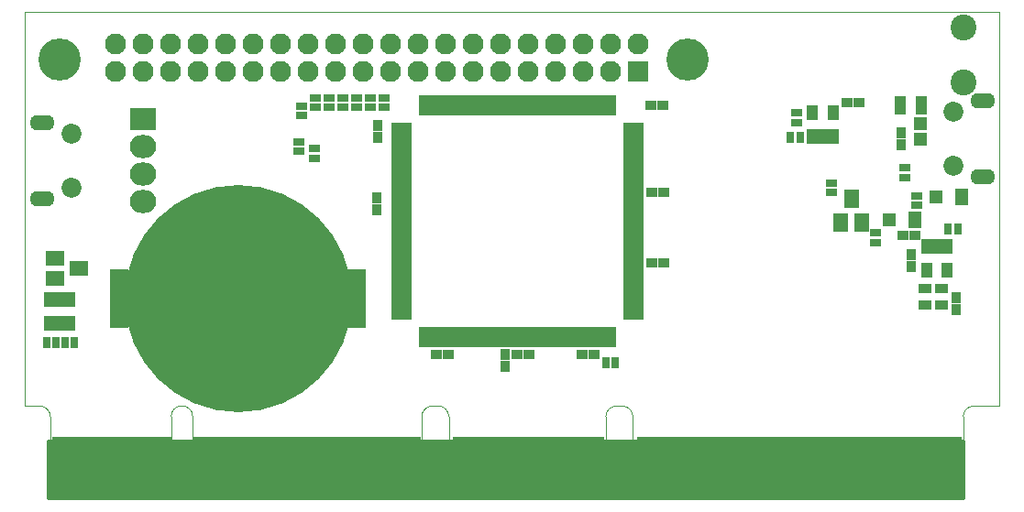
<source format=gbr>
G04 #@! TF.FileFunction,Soldermask,Bot*
%FSLAX46Y46*%
G04 Gerber Fmt 4.6, Leading zero omitted, Abs format (unit mm)*
G04 Created by KiCad (PCBNEW 4.0.7) date 09/09/17 19:34:41*
%MOMM*%
%LPD*%
G01*
G04 APERTURE LIST*
%ADD10C,0.100000*%
%ADD11R,1.000000X0.800000*%
%ADD12R,0.800000X1.000000*%
%ADD13R,1.000000X0.900000*%
%ADD14R,2.432000X2.127200*%
%ADD15O,2.432000X2.127200*%
%ADD16R,1.050000X1.460000*%
%ADD17R,1.150000X1.200000*%
%ADD18R,0.900000X1.000000*%
%ADD19R,1.100000X1.700000*%
%ADD20C,2.400000*%
%ADD21R,1.400000X1.800000*%
%ADD22R,1.300000X1.300000*%
%ADD23R,1.300000X1.500000*%
%ADD24R,1.300000X0.900000*%
%ADD25R,0.700000X1.950000*%
%ADD26R,1.950000X0.700000*%
%ADD27R,1.670000X5.480000*%
%ADD28C,21.000000*%
%ADD29O,2.300000X1.400000*%
%ADD30C,1.850000*%
%ADD31R,1.800000X1.400000*%
%ADD32O,1.950000X1.950000*%
%ADD33C,3.900000*%
%ADD34R,1.950000X1.950000*%
%ADD35R,1.100000X4.250000*%
%ADD36C,0.254000*%
G04 APERTURE END LIST*
D10*
X86767232Y-135759051D02*
X86767232Y-135359051D01*
X97917232Y-135359051D02*
X97917232Y-135759051D01*
X96917232Y-136759051D02*
X87767232Y-136759051D01*
X96917232Y-136759051D02*
X97917232Y-135759051D01*
X86767232Y-135759051D02*
X87767232Y-136759051D01*
X140567232Y-135759051D02*
X140567232Y-135359051D01*
X140567232Y-135759051D02*
X141567232Y-136759051D01*
X170067232Y-136759051D02*
X141567232Y-136759051D01*
X170067232Y-136759051D02*
X171067232Y-135759051D01*
X171067232Y-135359051D02*
X171067232Y-135759051D01*
X174417232Y-91959051D02*
X174417232Y-128359051D01*
X84417232Y-128359051D02*
X84417232Y-91959051D01*
X84417232Y-91959051D02*
X174417232Y-91959051D01*
X121067232Y-129359051D02*
X121067232Y-135359051D01*
X121067232Y-129359051D02*
G75*
G02X122067232Y-128359051I1000000J0D01*
G01*
X122567232Y-128359051D02*
X122067232Y-128359051D01*
X122567232Y-128359051D02*
G75*
G02X123567232Y-129359051I0J-1000000D01*
G01*
X123567232Y-135359051D02*
X123567232Y-129359051D01*
X138067232Y-129359051D02*
X138067232Y-135359051D01*
X138067232Y-129359051D02*
G75*
G02X139067232Y-128359051I1000000J0D01*
G01*
X139567232Y-128359051D02*
X139067232Y-128359051D01*
X139567232Y-128359051D02*
G75*
G02X140567232Y-129359051I0J-1000000D01*
G01*
X140567232Y-135359051D02*
X140567232Y-129359051D01*
X171067232Y-129359051D02*
X171067232Y-135359051D01*
X171067232Y-129359051D02*
G75*
G02X172067232Y-128359051I1000000J0D01*
G01*
X172067232Y-128359051D02*
X174417232Y-128359051D01*
X85767232Y-128359051D02*
X84417232Y-128359051D01*
X85767232Y-128359051D02*
G75*
G02X86767232Y-129359051I0J-1000000D01*
G01*
X86767232Y-135359051D02*
X86767232Y-129359051D01*
X97917232Y-129359051D02*
X97917232Y-135359051D01*
X97917232Y-129359051D02*
G75*
G02X99917232Y-129359051I1000000J0D01*
G01*
X99917232Y-135359051D02*
X99917232Y-129359051D01*
X137067232Y-136759051D02*
X124567232Y-136759051D01*
X137067232Y-136759051D02*
X138067232Y-135759051D01*
X138067232Y-135359051D02*
X138067232Y-135759051D01*
X123567232Y-135759051D02*
X123567232Y-135359051D01*
X123567232Y-135759051D02*
X124567232Y-136759051D01*
X120067232Y-136759051D02*
X100917232Y-136759051D01*
X120067232Y-136759051D02*
X121067232Y-135759051D01*
X121067232Y-135359051D02*
X121067232Y-135759051D01*
X99917232Y-135759051D02*
X99917232Y-135359051D01*
X99917232Y-135759051D02*
X100917232Y-136759051D01*
D11*
X111252000Y-99880000D03*
X111252000Y-100780000D03*
D12*
X170579200Y-111988600D03*
X169679200Y-111988600D03*
D13*
X160359000Y-100330000D03*
X161459000Y-100330000D03*
D14*
X95331200Y-101854000D03*
D15*
X95331200Y-104394000D03*
X95331200Y-106934000D03*
X95331200Y-109474000D03*
D11*
X111125000Y-104579000D03*
X111125000Y-105479000D03*
X155702000Y-102177000D03*
X155702000Y-101277000D03*
D16*
X167706000Y-113581000D03*
X168656000Y-113581000D03*
X169606000Y-113581000D03*
X169606000Y-115781000D03*
X167706000Y-115781000D03*
D13*
X142248800Y-100609400D03*
X143348800Y-100609400D03*
D17*
X167106600Y-102221600D03*
X167106600Y-103721600D03*
D18*
X170434000Y-118322000D03*
X170434000Y-119422000D03*
D13*
X130979000Y-123571000D03*
X129879000Y-123571000D03*
X143399600Y-115112800D03*
X142299600Y-115112800D03*
X166640600Y-112598200D03*
X165540600Y-112598200D03*
D19*
X167193000Y-100584000D03*
X165293000Y-100584000D03*
D11*
X165684200Y-106331600D03*
X165684200Y-107231600D03*
X166776400Y-109822400D03*
X166776400Y-108922400D03*
X162941000Y-113276800D03*
X162941000Y-112376800D03*
X109728000Y-103944000D03*
X109728000Y-104844000D03*
X109982000Y-100642000D03*
X109982000Y-101542000D03*
X112522000Y-99880000D03*
X112522000Y-100780000D03*
X113792000Y-99880000D03*
X113792000Y-100780000D03*
X115062000Y-99880000D03*
X115062000Y-100780000D03*
D16*
X159065000Y-103462000D03*
X158115000Y-103462000D03*
X157165000Y-103462000D03*
X157165000Y-101262000D03*
X159065000Y-101262000D03*
D20*
X171074080Y-93411040D03*
X171074080Y-98411040D03*
D18*
X165354000Y-104182000D03*
X165354000Y-103082000D03*
D11*
X116332000Y-99880000D03*
X116332000Y-100780000D03*
D12*
X155125000Y-103505000D03*
X156025000Y-103505000D03*
D11*
X117602000Y-99880000D03*
X117602000Y-100780000D03*
X158877000Y-107754000D03*
X158877000Y-108654000D03*
D18*
X128752600Y-123605200D03*
X128752600Y-124705200D03*
D21*
X161681200Y-111386800D03*
X159781200Y-111386800D03*
X160731200Y-109186800D03*
D22*
X168535500Y-109029500D03*
D23*
X170935500Y-109029500D03*
D24*
X167513000Y-118987000D03*
X167513000Y-117487000D03*
X169037000Y-117487000D03*
X169037000Y-118987000D03*
D22*
X164217500Y-111188500D03*
D23*
X166617500Y-111188500D03*
D13*
X123486000Y-123571000D03*
X122386000Y-123571000D03*
X136948000Y-123571000D03*
X135848000Y-123571000D03*
X143425000Y-108610400D03*
X142325000Y-108610400D03*
D18*
X166243000Y-115459600D03*
X166243000Y-114359600D03*
D12*
X138956200Y-124383800D03*
X138056200Y-124383800D03*
D25*
X138671000Y-121952000D03*
X138171000Y-121952000D03*
X137671000Y-121952000D03*
X137171000Y-121952000D03*
X136671000Y-121952000D03*
X136171000Y-121952000D03*
X135671000Y-121952000D03*
X135171000Y-121952000D03*
X134671000Y-121952000D03*
X134171000Y-121952000D03*
X133671000Y-121952000D03*
X133171000Y-121952000D03*
X132671000Y-121952000D03*
X132171000Y-121952000D03*
X131671000Y-121952000D03*
X131171000Y-121952000D03*
X130671000Y-121952000D03*
X130171000Y-121952000D03*
X129671000Y-121952000D03*
X129171000Y-121952000D03*
X128671000Y-121952000D03*
X128171000Y-121952000D03*
X127671000Y-121952000D03*
X127171000Y-121952000D03*
X126671000Y-121952000D03*
X126171000Y-121952000D03*
X125671000Y-121952000D03*
X125171000Y-121952000D03*
X124671000Y-121952000D03*
X124171000Y-121952000D03*
X123671000Y-121952000D03*
X123171000Y-121952000D03*
X122671000Y-121952000D03*
X122171000Y-121952000D03*
X121671000Y-121952000D03*
X121171000Y-121952000D03*
D26*
X119221000Y-120002000D03*
X119221000Y-119502000D03*
X119221000Y-119002000D03*
X119221000Y-118502000D03*
X119221000Y-118002000D03*
X119221000Y-117502000D03*
X119221000Y-117002000D03*
X119221000Y-116502000D03*
X119221000Y-116002000D03*
X119221000Y-115502000D03*
X119221000Y-115002000D03*
X119221000Y-114502000D03*
X119221000Y-114002000D03*
X119221000Y-113502000D03*
X119221000Y-113002000D03*
X119221000Y-112502000D03*
X119221000Y-112002000D03*
X119221000Y-111502000D03*
X119221000Y-111002000D03*
X119221000Y-110502000D03*
X119221000Y-110002000D03*
X119221000Y-109502000D03*
X119221000Y-109002000D03*
X119221000Y-108502000D03*
X119221000Y-108002000D03*
X119221000Y-107502000D03*
X119221000Y-107002000D03*
X119221000Y-106502000D03*
X119221000Y-106002000D03*
X119221000Y-105502000D03*
X119221000Y-105002000D03*
X119221000Y-104502000D03*
X119221000Y-104002000D03*
X119221000Y-103502000D03*
X119221000Y-103002000D03*
X119221000Y-102502000D03*
D25*
X121171000Y-100552000D03*
X121671000Y-100552000D03*
X122171000Y-100552000D03*
X122671000Y-100552000D03*
X123171000Y-100552000D03*
X123671000Y-100552000D03*
X124171000Y-100552000D03*
X124671000Y-100552000D03*
X125171000Y-100552000D03*
X125671000Y-100552000D03*
X126171000Y-100552000D03*
X126671000Y-100552000D03*
X127171000Y-100552000D03*
X127671000Y-100552000D03*
X128171000Y-100552000D03*
X128671000Y-100552000D03*
X129171000Y-100552000D03*
X129671000Y-100552000D03*
X130171000Y-100552000D03*
X130671000Y-100552000D03*
X131171000Y-100552000D03*
X131671000Y-100552000D03*
X132171000Y-100552000D03*
X132671000Y-100552000D03*
X133171000Y-100552000D03*
X133671000Y-100552000D03*
X134171000Y-100552000D03*
X134671000Y-100552000D03*
X135171000Y-100552000D03*
X135671000Y-100552000D03*
X136171000Y-100552000D03*
X136671000Y-100552000D03*
X137171000Y-100552000D03*
X137671000Y-100552000D03*
X138171000Y-100552000D03*
X138671000Y-100552000D03*
D26*
X140621000Y-102502000D03*
X140621000Y-103002000D03*
X140621000Y-103502000D03*
X140621000Y-104002000D03*
X140621000Y-104502000D03*
X140621000Y-105002000D03*
X140621000Y-105502000D03*
X140621000Y-106002000D03*
X140621000Y-106502000D03*
X140621000Y-107002000D03*
X140621000Y-107502000D03*
X140621000Y-108002000D03*
X140621000Y-108502000D03*
X140621000Y-109002000D03*
X140621000Y-109502000D03*
X140621000Y-110002000D03*
X140621000Y-110502000D03*
X140621000Y-111002000D03*
X140621000Y-111502000D03*
X140621000Y-112002000D03*
X140621000Y-112502000D03*
X140621000Y-113002000D03*
X140621000Y-113502000D03*
X140621000Y-114002000D03*
X140621000Y-114502000D03*
X140621000Y-115002000D03*
X140621000Y-115502000D03*
X140621000Y-116002000D03*
X140621000Y-116502000D03*
X140621000Y-117002000D03*
X140621000Y-117502000D03*
X140621000Y-118002000D03*
X140621000Y-118502000D03*
X140621000Y-119002000D03*
X140621000Y-119502000D03*
X140621000Y-120002000D03*
D27*
X115086900Y-118414800D03*
D28*
X104101900Y-118414800D03*
D27*
X93116900Y-118414800D03*
D18*
X116890800Y-110252600D03*
X116890800Y-109152600D03*
X116967000Y-103547000D03*
X116967000Y-102447000D03*
D29*
X85984000Y-109164000D03*
D30*
X88684000Y-108164000D03*
X88684000Y-103164000D03*
D29*
X85984000Y-102164000D03*
X172874940Y-100157400D03*
D30*
X170174940Y-101157400D03*
X170174940Y-106157400D03*
D29*
X172874940Y-107157400D03*
D31*
X87200000Y-116600000D03*
X87200000Y-114700000D03*
X89400000Y-115650000D03*
D12*
X86410000Y-122470000D03*
X87310000Y-122470000D03*
X89000000Y-122470000D03*
X88100000Y-122470000D03*
D32*
X92801440Y-94861380D03*
X92801440Y-97401380D03*
D33*
X87631440Y-96331380D03*
D34*
X141061440Y-97401380D03*
D32*
X141061440Y-94861380D03*
X138521440Y-97401380D03*
X138521440Y-94861380D03*
X135981440Y-97401380D03*
X135981440Y-94861380D03*
X133441440Y-97401380D03*
X133441440Y-94861380D03*
X130901440Y-97401380D03*
X130901440Y-94861380D03*
X128361440Y-97401380D03*
X128361440Y-94861380D03*
X125821440Y-97401380D03*
X125821440Y-94861380D03*
X123281440Y-97401380D03*
X123281440Y-94861380D03*
X120741440Y-97401380D03*
X120741440Y-94861380D03*
X118201440Y-97401380D03*
X118201440Y-94861380D03*
X115661440Y-97401380D03*
X115661440Y-94861380D03*
X113121440Y-97401380D03*
X113121440Y-94861380D03*
X110581440Y-97401380D03*
X110581440Y-94861380D03*
D33*
X145631440Y-96331380D03*
D32*
X108041440Y-97401380D03*
X105501440Y-97401380D03*
X102961440Y-97401380D03*
X100421440Y-97401380D03*
X97881440Y-97401380D03*
X95341440Y-97401380D03*
X108041440Y-94861380D03*
X105501440Y-94861380D03*
X102961440Y-94861380D03*
X100421440Y-94861380D03*
X97881440Y-94861380D03*
X95341440Y-94861380D03*
D16*
X88570000Y-120680000D03*
X87620000Y-120680000D03*
X86670000Y-120680000D03*
X86670000Y-118480000D03*
X88570000Y-118480000D03*
X87620000Y-118480000D03*
D35*
X87431800Y-133360400D03*
X88431800Y-133360400D03*
X89431800Y-133360400D03*
X90431800Y-133360400D03*
X91431800Y-133360400D03*
X92431800Y-133360400D03*
X93431800Y-133360400D03*
X94431800Y-133360400D03*
X95431800Y-133360400D03*
X96431800Y-133360400D03*
X97431800Y-133360400D03*
X100431800Y-133360400D03*
X101431800Y-133360400D03*
X102431800Y-133360400D03*
X103431800Y-133360400D03*
X104431800Y-133360400D03*
X105431800Y-133360400D03*
X106431800Y-133360400D03*
X107431800Y-133360400D03*
X108431800Y-133360400D03*
X109431800Y-133360400D03*
X110431800Y-133360400D03*
X111431800Y-133360400D03*
X112431800Y-133360400D03*
X113431800Y-133360400D03*
X114431800Y-133360400D03*
X115431800Y-133360400D03*
X116431800Y-133360400D03*
X117431800Y-133360400D03*
X118431800Y-133360400D03*
X119431800Y-133360400D03*
X120431800Y-133360400D03*
X124431800Y-133360400D03*
X125431800Y-133360400D03*
X126431800Y-133360400D03*
X127431800Y-133360400D03*
X128431800Y-133360400D03*
X129431800Y-133360400D03*
X130431800Y-133360400D03*
X131431800Y-133360400D03*
X132431800Y-133360400D03*
X133431800Y-133360400D03*
X134431800Y-133360400D03*
X135431800Y-133360400D03*
X136431800Y-133360400D03*
X137431800Y-133360400D03*
X141431800Y-133360400D03*
X142431800Y-133360400D03*
X143431800Y-133360400D03*
X144431800Y-133360400D03*
X145431800Y-133360400D03*
X146431800Y-133360400D03*
X147431800Y-133360400D03*
X148431800Y-133360400D03*
X149431800Y-133360400D03*
X150431800Y-133360400D03*
X151431800Y-133360400D03*
X152431800Y-133360400D03*
X153431800Y-133360400D03*
X154431800Y-133360400D03*
X155431800Y-133360400D03*
X156431800Y-133360400D03*
X157431800Y-133360400D03*
X158431800Y-133360400D03*
X159431800Y-133360400D03*
X160431800Y-133360400D03*
X161431800Y-133360400D03*
X162431800Y-133360400D03*
X163431800Y-133360400D03*
X164431800Y-133360400D03*
X165431800Y-133360400D03*
X166431800Y-133360400D03*
X167431800Y-133360400D03*
X168431800Y-133360400D03*
X169431800Y-133360400D03*
X170431800Y-133360400D03*
D36*
G36*
X171069000Y-136906000D02*
X86487000Y-136906000D01*
X86487000Y-131572000D01*
X171069000Y-131572000D01*
X171069000Y-136906000D01*
X171069000Y-136906000D01*
G37*
X171069000Y-136906000D02*
X86487000Y-136906000D01*
X86487000Y-131572000D01*
X171069000Y-131572000D01*
X171069000Y-136906000D01*
M02*

</source>
